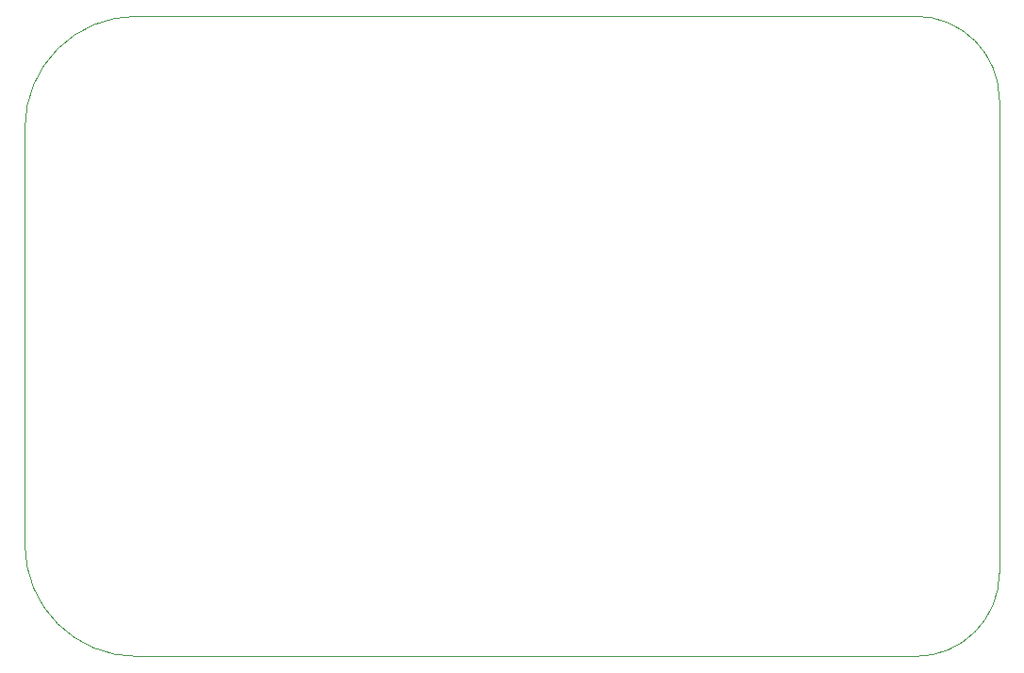
<source format=gm1>
G04 #@! TF.GenerationSoftware,KiCad,Pcbnew,(6.0.1-0)*
G04 #@! TF.CreationDate,2022-07-03T22:05:18+06:00*
G04 #@! TF.ProjectId,Inverter 50W,496e7665-7274-4657-9220-3530572e6b69,rev?*
G04 #@! TF.SameCoordinates,Original*
G04 #@! TF.FileFunction,Profile,NP*
%FSLAX46Y46*%
G04 Gerber Fmt 4.6, Leading zero omitted, Abs format (unit mm)*
G04 Created by KiCad (PCBNEW (6.0.1-0)) date 2022-07-03 22:05:18*
%MOMM*%
%LPD*%
G01*
G04 APERTURE LIST*
G04 #@! TA.AperFunction,Profile*
%ADD10C,0.100000*%
G04 #@! TD*
G04 APERTURE END LIST*
D10*
X57500000Y-62500000D02*
X127500000Y-62500000D01*
X127500000Y-120000000D02*
X57500000Y-120000000D01*
X135000000Y-70000000D02*
G75*
G03*
X127500000Y-62500000I-7500000J0D01*
G01*
X47500000Y-110000000D02*
X47500000Y-72500000D01*
X47500000Y-110000000D02*
G75*
G03*
X57500000Y-120000000I9999999J-1D01*
G01*
X127500000Y-120000000D02*
G75*
G03*
X135000000Y-112500000I0J7500000D01*
G01*
X135000000Y-70000000D02*
X135000000Y-112500000D01*
X57500000Y-62500000D02*
G75*
G03*
X47500000Y-72500000I-1J-9999999D01*
G01*
M02*

</source>
